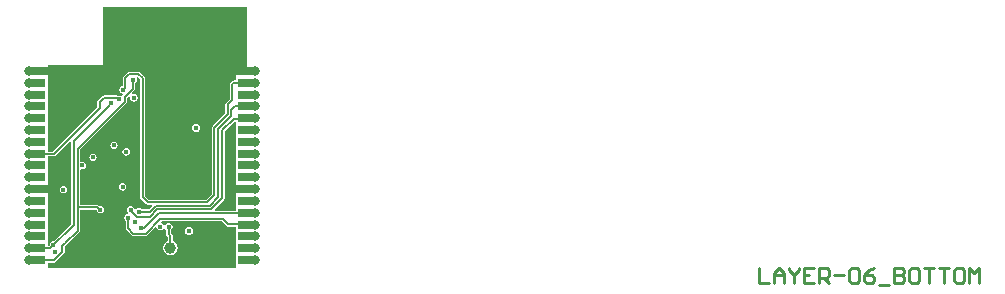
<source format=gbl>
G04*
G04 #@! TF.GenerationSoftware,Altium Limited,Altium Designer,19.0.10 (269)*
G04*
G04 Layer_Physical_Order=6*
G04 Layer_Color=16711680*
%FSLAX24Y24*%
%MOIN*%
G70*
G01*
G75*
%ADD10C,0.0100*%
%ADD11C,0.0079*%
%ADD49C,0.0118*%
%ADD105C,0.0197*%
%ADD123C,0.0276*%
%ADD149C,0.0315*%
%ADD151C,0.0157*%
%ADD152C,0.0177*%
%ADD154C,0.0205*%
%ADD163C,0.0394*%
%ADD164R,0.0787X0.1969*%
%ADD165R,0.0551X0.0315*%
%ADD166R,0.0856X0.0423*%
%ADD167R,0.0803X0.0423*%
%ADD168R,0.0650X0.0146*%
%ADD169R,0.0594X0.0511*%
%ADD170R,0.4793X0.2028*%
G36*
X6900Y6811D02*
X7411D01*
Y6693D01*
X6900D01*
Y6516D01*
Y6439D01*
X6839D01*
X6808Y6432D01*
X6782Y6415D01*
X6735Y6368D01*
X6717Y6342D01*
X6711Y6311D01*
Y5829D01*
X6583Y5701D01*
X6566Y5675D01*
X6560Y5644D01*
Y5346D01*
X6136Y4923D01*
X6119Y4897D01*
X6113Y4866D01*
Y2651D01*
X5919Y2458D01*
X4006D01*
X3876Y2588D01*
Y6520D01*
X3869Y6550D01*
X3852Y6576D01*
X3852Y6576D01*
X3718Y6710D01*
X3692Y6728D01*
X3661Y6734D01*
X3356D01*
X3326Y6728D01*
X3300Y6710D01*
X3300Y6710D01*
X3157Y6568D01*
X3139Y6542D01*
X3133Y6511D01*
Y6250D01*
X3100Y6243D01*
X3058Y6215D01*
X3029Y6172D01*
X3019Y6122D01*
X3029Y6072D01*
X3058Y6030D01*
X3100Y6002D01*
X3122Y5997D01*
X3134Y5969D01*
X3110Y5925D01*
X3077Y5918D01*
X3062Y5928D01*
X3012Y5938D01*
X2966Y5929D01*
X2964Y5930D01*
X2933Y5937D01*
X2510D01*
X2510Y5937D01*
X2479Y5930D01*
X2453Y5913D01*
X2453Y5913D01*
X2305Y5765D01*
X2288Y5739D01*
X2282Y5709D01*
Y5545D01*
X803Y4067D01*
X630D01*
Y6693D01*
X118D01*
Y6811D01*
X630D01*
Y6949D01*
X5636D01*
X5659Y6905D01*
X5622Y6848D01*
X5618Y6831D01*
X6350D01*
X6347Y6848D01*
X6309Y6905D01*
X6333Y6949D01*
X6900D01*
Y6811D01*
D02*
G37*
G36*
X3715Y6486D02*
Y2555D01*
X3721Y2524D01*
X3739Y2498D01*
X3916Y2321D01*
X3916Y2321D01*
X3942Y2304D01*
X3972Y2298D01*
X4097D01*
X4117Y2251D01*
X4004Y2139D01*
X3770D01*
X3762Y2151D01*
X3719Y2180D01*
X3669Y2190D01*
X3619Y2180D01*
X3577Y2151D01*
X3570Y2141D01*
X3521Y2151D01*
X3516Y2176D01*
X3488Y2218D01*
X3446Y2247D01*
X3396Y2256D01*
X3346Y2247D01*
X3303Y2218D01*
X3275Y2176D01*
X3265Y2126D01*
X3275Y2076D01*
X3303Y2034D01*
X3268Y1981D01*
X3267Y1981D01*
X3225Y1953D01*
X3197Y1910D01*
X3187Y1860D01*
X3197Y1810D01*
X3225Y1768D01*
X3237Y1760D01*
Y1506D01*
X3243Y1475D01*
X3260Y1449D01*
X3437Y1272D01*
X3463Y1255D01*
X3494Y1248D01*
X3897D01*
X3928Y1255D01*
X3954Y1272D01*
X4220Y1538D01*
X4268Y1523D01*
X4269Y1515D01*
X4298Y1473D01*
X4340Y1444D01*
X4390Y1435D01*
X4440Y1444D01*
X4482Y1473D01*
X4497Y1496D01*
X4511Y1499D01*
X4549D01*
X4573Y1463D01*
X4585Y1455D01*
Y1309D01*
X4591Y1278D01*
X4609Y1252D01*
X4644Y1217D01*
Y1071D01*
X4632Y1069D01*
X4554Y1017D01*
X4502Y939D01*
X4484Y846D01*
X4502Y754D01*
X4554Y676D01*
X4632Y624D01*
X4724Y606D01*
X4817Y624D01*
X4895Y676D01*
X4947Y754D01*
X4965Y846D01*
X4947Y939D01*
X4895Y1017D01*
X4817Y1069D01*
X4805Y1071D01*
Y1250D01*
X4799Y1281D01*
X4781Y1307D01*
X4781Y1307D01*
X4746Y1342D01*
Y1455D01*
X4758Y1463D01*
X4786Y1505D01*
X4796Y1555D01*
X4786Y1605D01*
X4758Y1647D01*
X4715Y1676D01*
X4665Y1686D01*
X4615Y1676D01*
X4573Y1647D01*
X4558Y1624D01*
X4544Y1622D01*
X4506D01*
X4482Y1657D01*
X4440Y1685D01*
X4432Y1687D01*
X4426Y1704D01*
X4456Y1745D01*
X6439D01*
X6597Y1587D01*
X6623Y1570D01*
X6654Y1563D01*
X6654Y1563D01*
X6900D01*
Y177D01*
X1884D01*
X1860Y221D01*
X1898Y278D01*
X1902Y295D01*
X1169D01*
X1173Y278D01*
X1210Y221D01*
X1187Y177D01*
X630D01*
Y363D01*
X837D01*
X867Y369D01*
X893Y386D01*
X1179Y672D01*
X1179Y672D01*
X1196Y698D01*
X1202Y728D01*
Y892D01*
X1255Y944D01*
X1256Y945D01*
X1282Y962D01*
X1691Y1370D01*
X1691Y1370D01*
X1708Y1396D01*
X1714Y1427D01*
X1714Y1427D01*
Y2124D01*
X2259D01*
X2275Y2108D01*
X2280Y2080D01*
X2307Y2041D01*
X2346Y2015D01*
X2392Y2006D01*
X2438Y2015D01*
X2477Y2041D01*
X2503Y2080D01*
X2512Y2126D01*
X2503Y2172D01*
X2477Y2211D01*
X2438Y2237D01*
X2392Y2246D01*
X2368Y2242D01*
X2349Y2261D01*
X2323Y2279D01*
X2292Y2285D01*
X1714D01*
Y3458D01*
X1753Y3490D01*
X1791Y3482D01*
X1837Y3491D01*
X1876Y3517D01*
X1903Y3556D01*
X1912Y3602D01*
X1903Y3648D01*
X1876Y3688D01*
X1837Y3714D01*
X1791Y3723D01*
X1753Y3715D01*
X1714Y3747D01*
Y4130D01*
X3256Y5672D01*
X3273Y5698D01*
X3279Y5728D01*
Y5862D01*
X3338Y5921D01*
X3382Y5897D01*
X3374Y5857D01*
X3384Y5807D01*
X3412Y5764D01*
X3454Y5736D01*
X3504Y5726D01*
X3554Y5736D01*
X3596Y5764D01*
X3625Y5807D01*
X3635Y5857D01*
X3625Y5907D01*
X3596Y5949D01*
X3554Y5977D01*
X3504Y5987D01*
X3463Y5979D01*
X3440Y6023D01*
X3521Y6105D01*
X3522Y6105D01*
X3539Y6131D01*
X3545Y6162D01*
Y6346D01*
X3583Y6371D01*
X3611Y6413D01*
X3621Y6463D01*
X3611Y6513D01*
X3601Y6529D01*
X3606Y6539D01*
X3655Y6546D01*
X3715Y6486D01*
D02*
G37*
G36*
X6900Y5038D02*
Y3051D01*
Y2874D01*
X7411D01*
Y2756D01*
X6900D01*
Y2579D01*
Y2088D01*
X6218D01*
X6198Y2134D01*
X6510Y2445D01*
X6527Y2472D01*
X6533Y2502D01*
Y4736D01*
X6853Y5057D01*
X6900Y5038D01*
D02*
G37*
G36*
X1426Y4396D02*
Y1657D01*
X849Y1081D01*
X827Y1085D01*
X781Y1076D01*
X742Y1050D01*
X716Y1011D01*
X706Y965D01*
X706Y965D01*
X706Y965D01*
X695Y927D01*
D01*
X695Y927D01*
X630D01*
Y2756D01*
X118D01*
Y2874D01*
X630D01*
Y3906D01*
X837D01*
X867Y3912D01*
X893Y3929D01*
X1379Y4415D01*
X1426Y4396D01*
D02*
G37*
%LPC*%
G36*
X6350Y6713D02*
X6043D01*
Y6571D01*
X6161D01*
X6238Y6586D01*
X6303Y6630D01*
X6347Y6695D01*
X6350Y6713D01*
D02*
G37*
G36*
X5925D02*
X5618D01*
X5622Y6695D01*
X5665Y6630D01*
X5730Y6586D01*
X5807Y6571D01*
X5925D01*
Y6713D01*
D02*
G37*
G36*
X5581Y4983D02*
X5531Y4973D01*
X5488Y4945D01*
X5460Y4902D01*
X5450Y4852D01*
X5460Y4802D01*
X5488Y4760D01*
X5531Y4732D01*
X5581Y4722D01*
X5631Y4732D01*
X5673Y4760D01*
X5701Y4802D01*
X5711Y4852D01*
X5701Y4902D01*
X5673Y4945D01*
X5631Y4973D01*
X5581Y4983D01*
D02*
G37*
G36*
X2843Y4396D02*
X2797Y4387D01*
X2758Y4361D01*
X2732Y4321D01*
X2723Y4275D01*
X2732Y4229D01*
X2758Y4190D01*
X2797Y4164D01*
X2843Y4155D01*
X2890Y4164D01*
X2929Y4190D01*
X2955Y4229D01*
X2964Y4275D01*
X2955Y4321D01*
X2929Y4361D01*
X2890Y4387D01*
X2843Y4396D01*
D02*
G37*
G36*
X3258Y4195D02*
X3208Y4185D01*
X3166Y4157D01*
X3137Y4115D01*
X3127Y4065D01*
X3137Y4015D01*
X3166Y3973D01*
X3208Y3944D01*
X3258Y3934D01*
X3308Y3944D01*
X3350Y3973D01*
X3378Y4015D01*
X3388Y4065D01*
X3378Y4115D01*
X3350Y4157D01*
X3308Y4185D01*
X3258Y4195D01*
D02*
G37*
G36*
X2146Y3998D02*
X2100Y3989D01*
X2061Y3963D01*
X2034Y3924D01*
X2025Y3878D01*
X2034Y3832D01*
X2061Y3793D01*
X2100Y3767D01*
X2146Y3758D01*
X2192Y3767D01*
X2231Y3793D01*
X2257Y3832D01*
X2266Y3878D01*
X2257Y3924D01*
X2231Y3963D01*
X2192Y3989D01*
X2146Y3998D01*
D02*
G37*
G36*
X3130Y3024D02*
X3080Y3014D01*
X3038Y2986D01*
X3009Y2944D01*
X2999Y2894D01*
X3009Y2844D01*
X3038Y2801D01*
X3080Y2773D01*
X3130Y2763D01*
X3180Y2773D01*
X3222Y2801D01*
X3250Y2844D01*
X3260Y2894D01*
X3250Y2944D01*
X3222Y2986D01*
X3180Y3014D01*
X3130Y3024D01*
D02*
G37*
G36*
X5344Y1548D02*
X5295Y1538D01*
X5252Y1510D01*
X5224Y1467D01*
X5214Y1417D01*
X5224Y1367D01*
X5252Y1325D01*
X5295Y1297D01*
X5344Y1287D01*
X5394Y1297D01*
X5437Y1325D01*
X5465Y1367D01*
X5475Y1417D01*
X5465Y1467D01*
X5437Y1510D01*
X5394Y1538D01*
X5344Y1548D01*
D02*
G37*
G36*
X1713Y555D02*
X1594D01*
Y413D01*
X1902D01*
X1898Y431D01*
X1855Y496D01*
X1789Y540D01*
X1713Y555D01*
D02*
G37*
G36*
X1476D02*
X1358D01*
X1281Y540D01*
X1216Y496D01*
X1173Y431D01*
X1169Y413D01*
X1476D01*
Y555D01*
D02*
G37*
G36*
X1161Y2916D02*
X1115Y2907D01*
X1076Y2880D01*
X1050Y2841D01*
X1041Y2795D01*
X1050Y2749D01*
X1076Y2710D01*
X1115Y2684D01*
X1161Y2675D01*
X1208Y2684D01*
X1247Y2710D01*
X1273Y2749D01*
X1282Y2795D01*
X1273Y2841D01*
X1247Y2880D01*
X1208Y2907D01*
X1161Y2916D01*
D02*
G37*
%LPD*%
D10*
X24360Y185D02*
Y-315D01*
X24693D01*
X24860D02*
Y18D01*
X25027Y185D01*
X25193Y18D01*
Y-315D01*
Y-65D01*
X24860D01*
X25360Y185D02*
Y102D01*
X25527Y-65D01*
X25693Y102D01*
Y185D01*
X25527Y-65D02*
Y-315D01*
X26193Y185D02*
X25860D01*
Y-315D01*
X26193D01*
X25860Y-65D02*
X26026D01*
X26360Y-315D02*
Y185D01*
X26610D01*
X26693Y102D01*
Y-65D01*
X26610Y-148D01*
X26360D01*
X26526D02*
X26693Y-315D01*
X26859Y-65D02*
X27193D01*
X27359Y102D02*
X27443Y185D01*
X27609D01*
X27692Y102D01*
Y-232D01*
X27609Y-315D01*
X27443D01*
X27359Y-232D01*
Y102D01*
X28192Y185D02*
X28026Y102D01*
X27859Y-65D01*
Y-232D01*
X27942Y-315D01*
X28109D01*
X28192Y-232D01*
Y-148D01*
X28109Y-65D01*
X27859D01*
X28359Y-398D02*
X28692D01*
X28859Y185D02*
Y-315D01*
X29109D01*
X29192Y-232D01*
Y-148D01*
X29109Y-65D01*
X28859D01*
X29109D01*
X29192Y18D01*
Y102D01*
X29109Y185D01*
X28859D01*
X29609D02*
X29442D01*
X29359Y102D01*
Y-232D01*
X29442Y-315D01*
X29609D01*
X29692Y-232D01*
Y102D01*
X29609Y185D01*
X29858D02*
X30192D01*
X30025D01*
Y-315D01*
X30358Y185D02*
X30692D01*
X30525D01*
Y-315D01*
X31108Y185D02*
X30941D01*
X30858Y102D01*
Y-232D01*
X30941Y-315D01*
X31108D01*
X31191Y-232D01*
Y102D01*
X31108Y185D01*
X31358Y-315D02*
Y185D01*
X31525Y18D01*
X31691Y185D01*
Y-315D01*
D11*
X2292Y2205D02*
X2377Y2120D01*
X1634Y2205D02*
X2292D01*
X1634Y1427D02*
Y4163D01*
X6640Y5644D02*
X6791Y5795D01*
X6640Y5313D02*
Y5644D01*
X6193Y4866D02*
X6640Y5313D01*
X6193Y2618D02*
Y4866D01*
X6839Y6358D02*
X7411D01*
X6791Y6311D02*
X6839Y6358D01*
X6791Y5795D02*
Y6311D01*
X5953Y2378D02*
X6193Y2618D01*
X3972Y2378D02*
X5953D01*
X3795Y2555D02*
X3972Y2378D01*
X3795Y2555D02*
Y6520D01*
X6092Y2142D02*
X6453Y2502D01*
Y4770D01*
X4287Y2142D02*
X6092D01*
X6327Y4811D02*
X6758Y5242D01*
X6327Y2543D02*
Y4811D01*
X6043Y2260D02*
X6327Y2543D01*
X6841Y5157D02*
X7264D01*
X6453Y4770D02*
X6841Y5157D01*
X4238Y2260D02*
X6043D01*
X6758Y5242D02*
Y5467D01*
X6862Y5571D02*
X7411D01*
X6758Y5467D02*
X6862Y5571D01*
X3669Y2059D02*
X4038D01*
X4238Y2260D01*
X4037Y1892D02*
X4287Y2142D01*
X4341Y2008D02*
X7510D01*
X3858Y1526D02*
X4341Y2008D01*
X6472Y1825D02*
X6654Y1644D01*
X3897Y1329D02*
X4393Y1825D01*
X6472D01*
X3600Y1892D02*
X4037D01*
X1634Y4163D02*
X3199Y5728D01*
X1506Y1624D02*
Y4429D01*
X2697Y5621D01*
X2510Y5856D02*
X2933D01*
X2362Y5709D02*
X2510Y5856D01*
X3730Y1526D02*
X3858D01*
X6654Y1644D02*
X7530D01*
X7411Y5177D02*
X7520D01*
X7411Y5571D02*
X7510D01*
X7411Y6358D02*
X7530D01*
X7264Y5177D02*
X7411D01*
X3661Y6654D02*
X3795Y6520D01*
X3356Y6654D02*
X3661D01*
X0Y846D02*
X118D01*
X20Y3986D02*
X837D01*
X2362Y5512D02*
Y5709D01*
X837Y3986D02*
X2362Y5512D01*
X3317Y1506D02*
Y1860D01*
Y1506D02*
X3494Y1329D01*
X3897D01*
X4665Y1309D02*
Y1555D01*
Y1309D02*
X4724Y1250D01*
Y846D02*
Y1250D01*
X118Y846D02*
X728D01*
X3214Y6511D02*
X3356Y6654D01*
X3396Y2096D02*
Y2126D01*
Y2096D02*
X3600Y1892D01*
X2977Y5846D02*
X3012Y5812D01*
X2933Y5856D02*
X2943Y5846D01*
X3012Y5807D02*
Y5812D01*
X2943Y5846D02*
X2977D01*
X3199Y5728D02*
Y5896D01*
X3465Y6162D01*
Y6437D02*
X3491Y6463D01*
X3465Y6162D02*
Y6437D01*
X3150Y6122D02*
X3214Y6186D01*
Y6511D01*
X837Y443D02*
X1122Y728D01*
Y925D02*
X1220Y1024D01*
X0Y443D02*
X837D01*
X1225Y1019D02*
X1634Y1427D01*
X1122Y728D02*
Y925D01*
X728Y846D02*
X1506Y1624D01*
D49*
X787Y1181D02*
D03*
Y1575D02*
D03*
Y1969D02*
D03*
Y2362D02*
D03*
Y2756D02*
D03*
Y3150D02*
D03*
Y3543D02*
D03*
X1181D02*
D03*
X1122Y3169D02*
D03*
Y2343D02*
D03*
X1181Y1969D02*
D03*
X787Y5118D02*
D03*
Y5512D02*
D03*
Y5906D02*
D03*
Y6299D02*
D03*
X1181D02*
D03*
Y5906D02*
D03*
Y5512D02*
D03*
Y5118D02*
D03*
X1575D02*
D03*
Y5512D02*
D03*
Y6299D02*
D03*
X1969D02*
D03*
Y5906D02*
D03*
Y5512D02*
D03*
X2362Y6299D02*
D03*
X2756D02*
D03*
X2362Y787D02*
D03*
Y1181D02*
D03*
X2756D02*
D03*
Y787D02*
D03*
X3150D02*
D03*
X1969D02*
D03*
Y1181D02*
D03*
Y1575D02*
D03*
X1831Y2421D02*
D03*
X2067D02*
D03*
X5118Y787D02*
D03*
X5906D02*
D03*
X6299D02*
D03*
Y1181D02*
D03*
X5906D02*
D03*
X6693D02*
D03*
Y787D02*
D03*
X6299Y1575D02*
D03*
X2520Y3425D02*
D03*
X2480Y3957D02*
D03*
X1181Y3937D02*
D03*
X787Y4724D02*
D03*
X1181D02*
D03*
X787Y4331D02*
D03*
D105*
X1535Y354D02*
D03*
X5984Y6772D02*
D03*
D123*
X6732Y6752D02*
X7411D01*
X79Y6742D02*
X719D01*
X6683Y2825D02*
X7411D01*
X118D02*
X778D01*
D149*
X7530Y1240D02*
D03*
Y6752D02*
D03*
X0Y2028D02*
D03*
Y453D02*
D03*
Y846D02*
D03*
X7530Y5571D02*
D03*
Y5177D02*
D03*
Y6358D02*
D03*
X0Y2421D02*
D03*
Y6752D02*
D03*
Y2815D02*
D03*
Y3602D02*
D03*
Y3209D02*
D03*
Y3996D02*
D03*
X7530Y2815D02*
D03*
Y2421D02*
D03*
X0Y4390D02*
D03*
Y4783D02*
D03*
X7530Y5965D02*
D03*
Y4783D02*
D03*
Y4390D02*
D03*
Y3996D02*
D03*
Y3602D02*
D03*
Y3209D02*
D03*
X0Y5965D02*
D03*
Y6358D02*
D03*
Y5177D02*
D03*
Y5571D02*
D03*
Y1240D02*
D03*
Y1634D02*
D03*
X7530Y2028D02*
D03*
Y1634D02*
D03*
Y453D02*
D03*
Y846D02*
D03*
D151*
X1161Y2795D02*
D03*
X2392Y2126D02*
D03*
X5071Y5915D02*
D03*
X2843Y4275D02*
D03*
X1791Y3602D02*
D03*
X866Y709D02*
D03*
X827Y965D02*
D03*
X3120Y3730D02*
D03*
X3553Y1703D02*
D03*
X2146Y3878D02*
D03*
D152*
X6890Y8780D02*
D03*
X4134D02*
D03*
X7087Y8622D02*
D03*
X6693D02*
D03*
X6299D02*
D03*
X5906D02*
D03*
X5512D02*
D03*
X2756D02*
D03*
X3150D02*
D03*
X3543D02*
D03*
X3937D02*
D03*
X4370D02*
D03*
X3150Y7874D02*
D03*
X2756D02*
D03*
Y8268D02*
D03*
X3150D02*
D03*
X3543D02*
D03*
Y7874D02*
D03*
X4370D02*
D03*
X3937Y8268D02*
D03*
X4370Y8258D02*
D03*
X5138D02*
D03*
Y7874D02*
D03*
X5512D02*
D03*
X5906D02*
D03*
X6299D02*
D03*
X6693D02*
D03*
X7087D02*
D03*
Y8268D02*
D03*
X6693D02*
D03*
X6299D02*
D03*
X5906D02*
D03*
X5512D02*
D03*
X3937Y7874D02*
D03*
X6496Y8780D02*
D03*
X6102D02*
D03*
X5709D02*
D03*
X5315D02*
D03*
X2559D02*
D03*
X2953D02*
D03*
X3346D02*
D03*
X3740D02*
D03*
X5423Y2549D02*
D03*
X5007Y2569D02*
D03*
X4590Y2549D02*
D03*
X4264Y2602D02*
D03*
X5423Y2943D02*
D03*
X5007Y2963D02*
D03*
X4590Y2943D02*
D03*
X4173D02*
D03*
Y3337D02*
D03*
X4590D02*
D03*
X5007Y3356D02*
D03*
X5423Y3337D02*
D03*
X5409Y3752D02*
D03*
X4988Y3736D02*
D03*
X4547Y3720D02*
D03*
X4173Y3730D02*
D03*
X1486Y5748D02*
D03*
X3730Y1526D02*
D03*
X6409Y5398D02*
D03*
X5683Y5502D02*
D03*
X5581Y4852D02*
D03*
X3130Y2894D02*
D03*
X5650Y6043D02*
D03*
X6545Y6171D02*
D03*
X3258Y4065D02*
D03*
X3396Y2126D02*
D03*
X3317Y1860D02*
D03*
X4665Y1555D02*
D03*
X5344Y1417D02*
D03*
X4390Y1565D02*
D03*
X4439Y5915D02*
D03*
X5632Y6313D02*
D03*
X5461Y5128D02*
D03*
X5683Y5797D02*
D03*
X6004Y4929D02*
D03*
X5890Y5173D02*
D03*
X6014Y5463D02*
D03*
X6043Y5817D02*
D03*
X6063Y6211D02*
D03*
X6535Y5787D02*
D03*
X3669Y2059D02*
D03*
X2736Y5679D02*
D03*
X3504Y5857D02*
D03*
X3002Y6772D02*
D03*
X3012Y5807D02*
D03*
X3150Y6122D02*
D03*
X3491Y6463D02*
D03*
X5142Y6368D02*
D03*
X5122Y6776D02*
D03*
X5380Y6372D02*
D03*
X4380Y7146D02*
D03*
X5118Y7136D02*
D03*
Y7480D02*
D03*
X4370D02*
D03*
X3937D02*
D03*
X3543D02*
D03*
X3150D02*
D03*
X2756D02*
D03*
X5512D02*
D03*
X5906D02*
D03*
X6299D02*
D03*
X6693D02*
D03*
X7087D02*
D03*
X5138Y8622D02*
D03*
D154*
X6801Y2510D02*
D03*
X2411Y354D02*
D03*
X2756D02*
D03*
D163*
X4724Y846D02*
D03*
D164*
X6407Y7874D02*
D03*
X3100D02*
D03*
D165*
X7254Y1240D02*
D03*
Y6752D02*
D03*
X276Y2028D02*
D03*
Y453D02*
D03*
Y846D02*
D03*
X7254Y5571D02*
D03*
Y5177D02*
D03*
Y6358D02*
D03*
X276Y2421D02*
D03*
Y6752D02*
D03*
Y2815D02*
D03*
Y3602D02*
D03*
Y3209D02*
D03*
Y3996D02*
D03*
X7254Y2815D02*
D03*
Y2421D02*
D03*
X276Y4390D02*
D03*
Y4783D02*
D03*
X7254Y5965D02*
D03*
Y4783D02*
D03*
Y4390D02*
D03*
Y3996D02*
D03*
Y3602D02*
D03*
Y3209D02*
D03*
X276Y5965D02*
D03*
Y6358D02*
D03*
Y5177D02*
D03*
Y5571D02*
D03*
Y1240D02*
D03*
Y1634D02*
D03*
X7254Y2028D02*
D03*
Y1634D02*
D03*
Y453D02*
D03*
Y846D02*
D03*
D166*
X1550Y389D02*
D03*
D167*
X6016Y6737D02*
D03*
D168*
X6004Y6512D02*
D03*
D169*
X1603Y512D02*
D03*
D170*
X4887Y7884D02*
D03*
M02*

</source>
